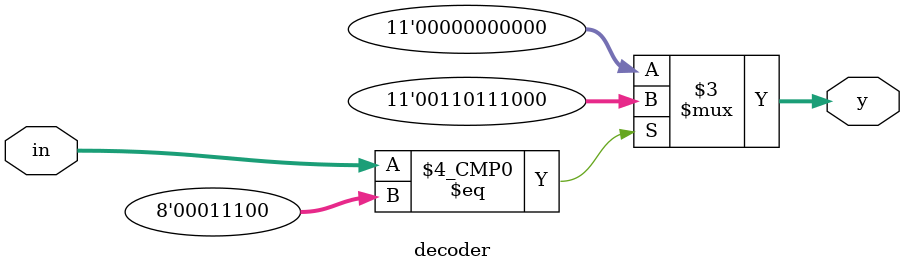
<source format=sv>
module decoder #(parameter N = 8, M = 10)(input logic [N-1:0] in,
														 output logic [10:0] y);
		
			always_comb	
			case(in)
			28: y=440;
			default: y=0;
			endcase
			
			
			
endmodule
</source>
